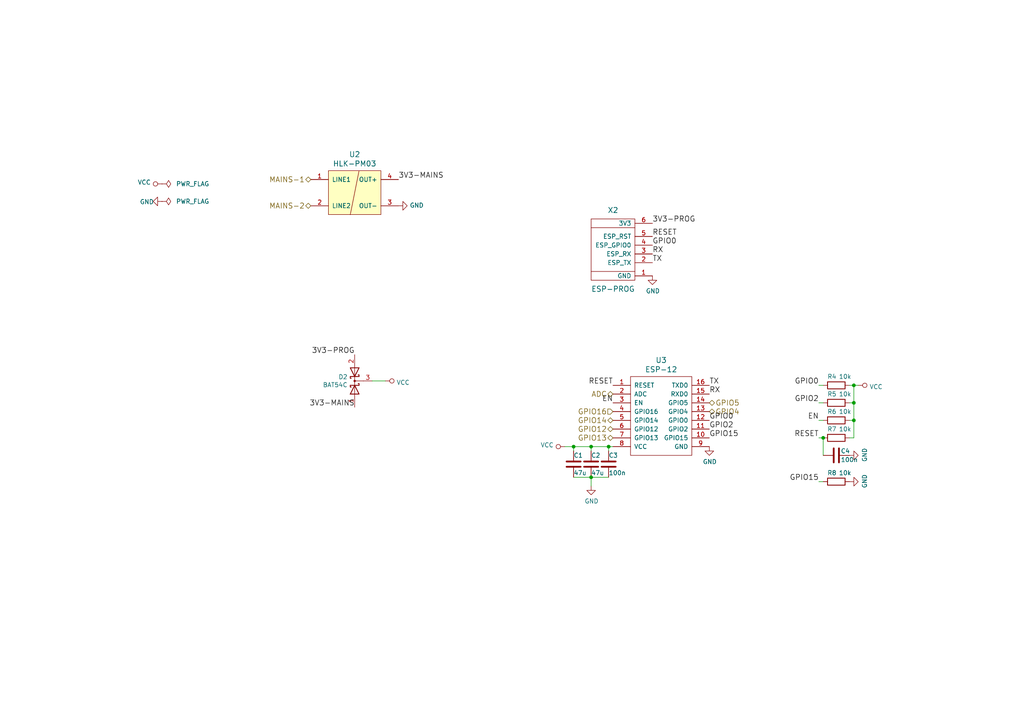
<source format=kicad_sch>
(kicad_sch (version 20221004) (generator eeschema)
  (paper "A4")
  (lib_symbols
    (symbol "Device:C" (pin_numbers hide) (pin_names (offset 0.254))
      (property "Reference" "C" (at 0.635 2.54 0))
      (property "Value" "C" (at 0.635 -2.54 0))
      (symbol "C_0_1"
        (polyline (pts (xy -2.032 -0.762) (xy 2.032 -0.762)) (stroke (width 0.508)))
        (polyline (pts (xy -2.032 0.762) (xy 2.032 0.762)) (stroke (width 0.508)))
      )
      (symbol "C_1_1"
        (pin passive line (at 0 3.81 270) (length 2.794) (name "~") (number "1"))
        (pin passive line (at 0 -3.81 90) (length 2.794) (name "~") (number "2"))
      )
    )
    (symbol "Device:D_Schottky_Dual_CommonCathode_AAK" (pin_names (offset 0.762) hide)
      (property "Reference" "D" (at 1.27 -2.54 0))
      (property "Value" "D_Schottky_Dual_CommonCathode_AAK" (at 0 2.54 0))
      (symbol "D_Schottky_Dual_CommonCathode_AAK_0_1"
        (polyline (pts (xy -3.81 0) (xy 3.81 0)))
        (polyline (pts (xy 0 0) (xy 0 -2.54)))
        (polyline (pts (xy -1.27 -1.27) (xy -1.27 1.27) (xy -1.27 1.27)) (stroke (width 0.254)))
        (polyline (pts (xy 1.27 -1.27) (xy 1.27 1.27) (xy 1.27 1.27)) (stroke (width 0.254)))
        (polyline (pts (xy -1.27 -1.27) (xy -0.762 -1.27) (xy -0.762 -1.016) (xy -0.762 -1.016)) (stroke (width 0.254)))
        (polyline (pts (xy 1.27 -1.27) (xy 1.778 -1.27) (xy 1.778 -1.016) (xy 1.778 -1.016)) (stroke (width 0.254)))
        (polyline (pts (xy 1.27 1.27) (xy 0.762 1.27) (xy 0.762 1.016) (xy 0.762 1.016)) (stroke (width 0.254)))
        (polyline (pts (xy -1.778 1.016) (xy -1.778 1.27) (xy -1.27 1.27) (xy -1.27 1.27) (xy -1.27 1.27)) (stroke (width 0.254)))
        (polyline (pts (xy -3.81 1.27) (xy -1.27 0) (xy -3.81 -1.27) (xy -3.81 1.27) (xy -3.81 1.27) (xy -3.81 1.27)) (stroke (width 0.254)))
        (polyline (pts (xy 3.81 -1.27) (xy 1.27 0) (xy 3.81 1.27) (xy 3.81 -1.27) (xy 3.81 -1.27) (xy 3.81 -1.27)) (stroke (width 0.254)))
        (circle (center 0 0) (radius 0.254) (fill (type outline)))
        (pin passive line (at -7.62 0 0) (length 3.81) (name "A") (number "1"))
        (pin passive line (at 7.62 0 180) (length 3.81) (name "A") (number "2"))
        (pin passive line (at 0 -5.08 90) (length 2.54) (name "K") (number "3"))
      )
    )
    (symbol "Drake:HLK-PM03" (pin_names (offset 1.016))
      (property "Reference" "U" (at 0 8.89 0))
      (property "Value" "HLK-PM03" (at 0 -8.89 0))
      (symbol "HLK-PM03_0_1"
        (rectangle (start -7.62 6.35) (end 7.62 -6.35) (fill (type background)))
        (polyline (pts (xy -1.27 -6.35) (xy 1.27 6.35)))
      )
      (symbol "HLK-PM03_1_1"
        (pin input line (at -12.7 3.81 0) (length 5.08) (name "LINE1") (number "1"))
        (pin input line (at -12.7 -3.81 0) (length 5.08) (name "LINE2") (number "2"))
        (pin input line (at 12.7 -3.81 180) (length 5.08) (name "OUT-") (number "3"))
        (pin input line (at 12.7 3.81 180) (length 5.08) (name "OUT+") (number "4"))
      )
    )
    (symbol "SSR8A-rescue:ESP-12" (pin_names (offset 1.016))
      (property "Reference" "U" (at 0 24.13 0))
      (property "Value" "ESP-12" (at 0 21.59 0))
      (symbol "ESP-12_0_1"
        (rectangle (start -8.89 19.05) (end 8.89 -3.81))
      )
      (symbol "ESP-12_1_1"
        (pin input line (at -13.97 16.51 0) (length 5.08) (name "RESET") (number "1"))
        (pin input line (at 13.97 1.27 180) (length 5.08) (name "GPIO15") (number "10"))
        (pin input line (at 13.97 3.81 180) (length 5.08) (name "GPIO2") (number "11"))
        (pin input line (at 13.97 6.35 180) (length 5.08) (name "GPIO0") (number "12"))
        (pin input line (at 13.97 8.89 180) (length 5.08) (name "GPIO4") (number "13"))
        (pin input line (at 13.97 11.43 180) (length 5.08) (name "GPIO5") (number "14"))
        (pin input line (at 13.97 13.97 180) (length 5.08) (name "RXD0") (number "15"))
        (pin input line (at 13.97 16.51 180) (length 5.08) (name "TXD0") (number "16"))
        (pin input line (at -13.97 13.97 0) (length 5.08) (name "ADC") (number "2"))
        (pin input line (at -13.97 11.43 0) (length 5.08) (name "EN") (number "3"))
        (pin input line (at -13.97 8.89 0) (length 5.08) (name "GPIO16") (number "4"))
        (pin input line (at -13.97 6.35 0) (length 5.08) (name "GPIO14") (number "5"))
        (pin input line (at -13.97 3.81 0) (length 5.08) (name "GPIO12") (number "6"))
        (pin input line (at -13.97 1.27 0) (length 5.08) (name "GPIO13") (number "7"))
        (pin input line (at -13.97 -1.27 0) (length 5.08) (name "VCC") (number "8"))
        (pin input line (at 13.97 -1.27 180) (length 5.08) (name "GND") (number "9"))
      )
    )
    (symbol "SSR8A-rescue:ESP-PROG" (pin_names (offset 1.016))
      (property "Reference" "X" (at 0 11.43 0))
      (property "Value" "ESP-PROG" (at 0 -11.43 0))
      (symbol "ESP-PROG_0_1"
        (polyline (pts (xy 6.35 -6.35) (xy -6.35 -6.35)))
        (polyline (pts (xy 6.35 6.35) (xy -6.35 6.35)))
        (rectangle (start 6.35 8.89) (end -6.35 -8.89))
      )
      (symbol "ESP-PROG_1_1"
        (pin passive line (at 11.43 -7.62 180) (length 5.08) (name "GND") (number "1"))
        (pin bidirectional line (at 11.43 -3.81 180) (length 5.08) (name "ESP_TX") (number "2"))
        (pin bidirectional line (at 11.43 -1.27 180) (length 5.08) (name "ESP_RX") (number "3"))
        (pin bidirectional line (at 11.43 1.27 180) (length 5.08) (name "ESP_GPIO0") (number "4"))
        (pin bidirectional line (at 11.43 3.81 180) (length 5.08) (name "ESP_RST") (number "5"))
        (pin bidirectional line (at 11.43 7.62 180) (length 5.08) (name "3V3") (number "6"))
      )
    )
    (symbol "SSR8A-rescue:PWR_FLAG" (power) (pin_numbers hide) (pin_names (offset 0) hide)
      (property "Value" "PWR_FLAG" (at 0 3.81 0))
      (symbol "PWR_FLAG_0_0"
        (pin power_out line (at 0 0 90) (length 0) (name "pwr") (number "1"))
      )
      (symbol "PWR_FLAG_0_1"
        (polyline (pts (xy 0 0) (xy 0 1.27) (xy -1.016 1.905) (xy 0 2.54) (xy 1.016 1.905) (xy 0 1.27)))
      )
    )
    (symbol "SSR8A-rescue:R" (pin_numbers hide) (pin_names (offset 0))
      (property "Reference" "R" (at 2.032 0 90))
      (property "Value" "R" (at 0 0 90))
      (symbol "R_0_1"
        (rectangle (start -1.016 -2.54) (end 1.016 2.54) (stroke (width 0.254)))
      )
      (symbol "R_1_1"
        (pin passive line (at 0 3.81 270) (length 1.27) (name "~") (number "1"))
        (pin passive line (at 0 -3.81 90) (length 1.27) (name "~") (number "2"))
      )
    )
    (symbol "SSR8A-rescue:VCC" (power) (pin_names (offset 0))
      (property "Value" "VCC" (at 0 3.81 0))
      (symbol "VCC_0_1"
        (polyline (pts (xy 0 0) (xy 0 1.27)))
        (circle (center 0 1.905) (radius 0.635))
      )
      (symbol "VCC_1_1"
        (pin power_in line (at 0 0 90) (length 0) hide (name "VCC") (number "1"))
      )
    )
    (symbol "power:GND" (power) (pin_names (offset 0))
      (property "Value" "GND" (at 0 -3.81 0))
      (symbol "GND_0_1"
        (polyline (pts (xy 0 0) (xy 0 -1.27) (xy 1.27 -1.27) (xy 0 -2.54) (xy -1.27 -1.27) (xy 0 -1.27)))
      )
      (symbol "GND_1_1"
        (pin power_in line (at 0 0 270) (length 0) hide (name "GND") (number "1"))
      )
    )
  )
  (junction (at 171.45 138.43))
  (junction (at 171.45 129.54))
  (junction (at 238.76 127))
  (junction (at 166.37 129.54))
  (junction (at 247.65 121.92))
  (junction (at 247.65 116.84))
  (junction (at 176.53 129.54))
  (junction (at 247.65 111.76))
  (wire (pts (xy 171.45 140.97) (xy 171.45 138.43)))
  (wire (pts (xy 176.53 130.81) (xy 176.53 129.54)))
  (wire (pts (xy 166.37 138.43) (xy 171.45 138.43)))
  (wire (pts (xy 247.65 121.92) (xy 247.65 127)))
  (wire (pts (xy 171.45 130.81) (xy 171.45 129.54)))
  (wire (pts (xy 176.53 129.54) (xy 177.8 129.54)))
  (wire (pts (xy 171.45 129.54) (xy 176.53 129.54)))
  (wire (pts (xy 246.38 121.92) (xy 247.65 121.92)))
  (wire (pts (xy 247.65 116.84) (xy 247.65 121.92)))
  (wire (pts (xy 247.65 111.76) (xy 247.65 116.84)))
  (wire (pts (xy 238.76 139.7) (xy 237.49 139.7)))
  (wire (pts (xy 238.76 121.92) (xy 237.49 121.92)))
  (wire (pts (xy 247.65 116.84) (xy 246.38 116.84)))
  (wire (pts (xy 247.65 111.76) (xy 248.92 111.76)))
  (wire (pts (xy 166.37 129.54) (xy 171.45 129.54)))
  (wire (pts (xy 238.76 132.08) (xy 238.76 127)))
  (wire (pts (xy 238.76 116.84) (xy 237.49 116.84)))
  (wire (pts (xy 163.83 129.54) (xy 166.37 129.54)))
  (wire (pts (xy 238.76 111.76) (xy 237.49 111.76)))
  (wire (pts (xy 166.37 130.81) (xy 166.37 129.54)))
  (wire (pts (xy 247.65 127) (xy 246.38 127)))
  (wire (pts (xy 107.95 110.49) (xy 111.76 110.49)))
  (wire (pts (xy 171.45 138.43) (xy 176.53 138.43)))
  (wire (pts (xy 246.38 111.76) (xy 247.65 111.76)))
  (wire (pts (xy 238.76 127) (xy 237.49 127)))
  (label "RX" (at 189.23 73.66 0) (effects (font (size 1.524 1.524))))
  (label "GPIO2" (at 205.74 124.46 0) (effects (font (size 1.524 1.524))))
  (label "3V3-MAINS" (at 102.87 118.11 180) (effects (font (size 1.524 1.524))))
  (label "GPIO15" (at 205.74 127 0) (effects (font (size 1.524 1.524))))
  (label "RX" (at 205.74 114.3 0) (effects (font (size 1.524 1.524))))
  (label "3V3-PROG" (at 189.23 64.77 0) (effects (font (size 1.524 1.524))))
  (label "EN" (at 237.49 121.92 180) (effects (font (size 1.524 1.524))))
  (label "RESET" (at 177.8 111.76 180) (effects (font (size 1.524 1.524))))
  (label "GPIO2" (at 237.49 116.84 180) (effects (font (size 1.524 1.524))))
  (label "3V3-PROG" (at 102.87 102.87 180) (effects (font (size 1.524 1.524))))
  (label "EN" (at 177.8 116.84 180) (effects (font (size 1.524 1.524))))
  (label "TX" (at 189.23 76.2 0) (effects (font (size 1.524 1.524))))
  (label "3V3-MAINS" (at 115.57 52.07 0) (effects (font (size 1.524 1.524))))
  (label "GPIO0" (at 205.74 121.92 0) (effects (font (size 1.524 1.524))))
  (label "GPIO0" (at 189.23 71.12 0) (effects (font (size 1.524 1.524))))
  (label "RESET" (at 237.49 127 180) (effects (font (size 1.524 1.524))))
  (label "GPIO15" (at 237.49 139.7 180) (effects (font (size 1.524 1.524))))
  (label "RESET" (at 189.23 68.58 0) (effects (font (size 1.524 1.524))))
  (label "TX" (at 205.74 111.76 0) (effects (font (size 1.524 1.524))))
  (label "GPIO0" (at 237.49 111.76 180) (effects (font (size 1.524 1.524))))
  (hierarchical_label "ADC" (shape bidirectional) (at 177.8 114.3 180) (effects (font (size 1.524 1.524))))
  (hierarchical_label "MAINS-1" (shape bidirectional) (at 90.17 52.07 180) (effects (font (size 1.524 1.524))))
  (hierarchical_label "GPIO16" (shape input) (at 177.8 119.38 180) (effects (font (size 1.524 1.524))))
  (hierarchical_label "GPIO12" (shape bidirectional) (at 177.8 124.46 180) (effects (font (size 1.524 1.524))))
  (hierarchical_label "MAINS-2" (shape bidirectional) (at 90.17 59.69 180) (effects (font (size 1.524 1.524))))
  (hierarchical_label "GPIO4" (shape bidirectional) (at 205.74 119.38 0) (effects (font (size 1.524 1.524))))
  (hierarchical_label "GPIO13" (shape bidirectional) (at 177.8 127 180) (effects (font (size 1.524 1.524))))
  (hierarchical_label "GPIO5" (shape bidirectional) (at 205.74 116.84 0) (effects (font (size 1.524 1.524))))
  (hierarchical_label "GPIO14" (shape bidirectional) (at 177.8 121.92 180) (effects (font (size 1.524 1.524))))
  (symbol (lib_id "SSR8A-rescue:ESP-12") (at 191.77 128.27 0) (unit 1)
    (property "Reference" "U3" (at 191.77 104.4702 0) (effects (font (size 1.524 1.524))))
    (property "Value" "ESP-12" (at 191.77 107.1626 0) (effects (font (size 1.524 1.524))))
    (property "Footprint" "device.farm:ESP-12" (effects hide))
  )
  (symbol (lib_id "Drake:HLK-PM03") (at 102.87 55.88 0) (unit 1)
    (property "Reference" "U2" (at 102.87 44.7802 0) (effects (font (size 1.524 1.524))))
    (property "Value" "HLK-PM03" (at 102.87 47.4726 0) (effects (font (size 1.524 1.524))))
    (property "Footprint" "device.farm:HLK-PM01" (effects hide))
  )
  (symbol (lib_id "power:GND") (at 115.57 59.69 90) (unit 1)
    (property "Reference" "#PWR011" (effects hide))
    (property "Value" "GND" (at 118.8212 59.563 90) (effects (justify right)))
  )
  (symbol (lib_id "Device:C") (at 176.53 134.62 0) (unit 1)
    (property "Reference" "C3" (at 176.53 132.08 0) (effects (justify left)))
    (property "Value" "100n" (at 176.53 137.16 0) (effects (justify left)))
    (property "Footprint" "Capacitors_SMD:C_0805" (effects hide))
  )
  (symbol (lib_id "power:GND") (at 205.74 129.54 0) (unit 1)
    (property "Reference" "#PWR012" (effects hide))
    (property "Value" "GND" (at 205.867 133.9342 0))
  )
  (symbol (lib_id "SSR8A-rescue:R") (at 242.57 111.76 90) (unit 1)
    (property "Reference" "R4" (at 241.3 109.22 90))
    (property "Value" "10k" (at 245.11 109.22 90))
    (property "Footprint" "Resistors_SMD:R_0805" (effects hide))
  )
  (symbol (lib_id "SSR8A-rescue:R") (at 242.57 116.84 90) (unit 1)
    (property "Reference" "R5" (at 241.3 114.3 90))
    (property "Value" "10k" (at 245.11 114.3 90))
    (property "Footprint" "Resistors_SMD:R_0805" (effects hide))
  )
  (symbol (lib_id "SSR8A-rescue:R") (at 242.57 121.92 90) (unit 1)
    (property "Reference" "R6" (at 241.3 119.38 90))
    (property "Value" "10k" (at 245.11 119.38 90))
    (property "Footprint" "Resistors_SMD:R_0805" (effects hide))
  )
  (symbol (lib_id "SSR8A-rescue:R") (at 242.57 127 90) (unit 1)
    (property "Reference" "R7" (at 241.3 124.46 90))
    (property "Value" "10k" (at 245.11 124.46 90))
    (property "Footprint" "Resistors_SMD:R_0805" (effects hide))
  )
  (symbol (lib_id "SSR8A-rescue:R") (at 242.57 139.7 90) (unit 1)
    (property "Reference" "R8" (at 241.3 137.16 90))
    (property "Value" "10k" (at 245.11 137.16 90))
    (property "Footprint" "Resistors_SMD:R_0805" (effects hide))
  )
  (symbol (lib_id "power:GND") (at 246.38 139.7 90) (unit 1)
    (property "Reference" "#PWR013" (effects hide))
    (property "Value" "GND" (at 250.7742 139.573 0))
  )
  (symbol (lib_id "Device:C") (at 242.57 132.08 270) (unit 1)
    (property "Reference" "C4" (at 243.84 130.81 90) (effects (justify left)))
    (property "Value" "100n" (at 243.84 133.35 90) (effects (justify left)))
    (property "Footprint" "Capacitors_SMD:C_0805" (effects hide))
  )
  (symbol (lib_id "power:GND") (at 246.38 132.08 90) (unit 1)
    (property "Reference" "#PWR014" (effects hide))
    (property "Value" "GND" (at 250.7742 131.953 0))
  )
  (symbol (lib_id "SSR8A-rescue:VCC") (at 248.92 111.76 270) (unit 1)
    (property "Reference" "#PWR015" (effects hide))
    (property "Value" "VCC" (at 252.1712 112.1918 90) (effects (justify left)))
  )
  (symbol (lib_id "SSR8A-rescue:VCC") (at 163.83 129.54 90) (unit 1)
    (property "Reference" "#PWR016" (effects hide))
    (property "Value" "VCC" (at 160.6042 129.0828 90) (effects (justify left)))
  )
  (symbol (lib_id "power:GND") (at 46.99 58.42 270) (unit 1)
    (property "Reference" "#PWR017" (effects hide))
    (property "Value" "GND" (at 42.5958 58.547 90))
  )
  (symbol (lib_id "SSR8A-rescue:PWR_FLAG") (at 46.99 58.42 270) (unit 1)
    (property "Reference" "#FLG018" (effects hide))
    (property "Value" "PWR_FLAG" (at 55.88 58.42 90))
  )
  (symbol (lib_id "SSR8A-rescue:VCC") (at 46.99 53.34 90) (unit 1)
    (property "Reference" "#PWR019" (effects hide))
    (property "Value" "VCC" (at 43.7642 52.8828 90) (effects (justify left)))
  )
  (symbol (lib_id "SSR8A-rescue:PWR_FLAG") (at 46.99 53.34 270) (unit 1)
    (property "Reference" "#FLG020" (effects hide))
    (property "Value" "PWR_FLAG" (at 55.88 53.34 90))
  )
  (symbol (lib_id "Device:D_Schottky_Dual_CommonCathode_AAK") (at 102.87 110.49 90) (unit 1)
    (property "Reference" "D2" (at 100.838 109.3216 90) (effects (justify left)))
    (property "Value" "BAT54C" (at 100.838 111.633 90) (effects (justify left)))
    (property "Footprint" "TO_SOT_Packages_SMD:SOT-23" (effects hide))
  )
  (symbol (lib_id "Device:C") (at 171.45 134.62 0) (unit 1)
    (property "Reference" "C2" (at 171.45 132.08 0) (effects (justify left)))
    (property "Value" "47u" (at 171.45 137.16 0) (effects (justify left)))
    (property "Footprint" "Capacitors_SMD:C_0805" (effects hide))
  )
  (symbol (lib_id "Device:C") (at 166.37 134.62 0) (unit 1)
    (property "Reference" "C1" (at 166.37 132.08 0) (effects (justify left)))
    (property "Value" "47u" (at 166.37 137.16 0) (effects (justify left)))
    (property "Footprint" "Capacitors_SMD:C_0805" (effects hide))
  )
  (symbol (lib_id "power:GND") (at 171.45 140.97 0) (unit 1)
    (property "Reference" "#PWR021" (effects hide))
    (property "Value" "GND" (at 171.577 145.3642 0))
  )
  (symbol (lib_id "SSR8A-rescue:ESP-PROG") (at 177.8 72.39 0) (unit 1)
    (property "Reference" "X2" (at 177.8 60.96 0) (effects (font (size 1.524 1.524))))
    (property "Value" "ESP-PROG" (at 177.8 83.82 0) (effects (font (size 1.524 1.524))))
    (property "Footprint" "device.farm:Micro-Match-FOB-6" (effects hide))
  )
  (symbol (lib_id "power:GND") (at 189.23 80.01 0) (unit 1)
    (property "Reference" "#PWR022" (effects hide))
    (property "Value" "GND" (at 189.357 84.4042 0))
  )
  (symbol (lib_id "SSR8A-rescue:VCC") (at 111.76 110.49 270) (unit 1)
    (property "Reference" "#PWR023" (effects hide))
    (property "Value" "VCC" (at 114.9858 110.9472 90) (effects (justify left)))
  )
)
</source>
